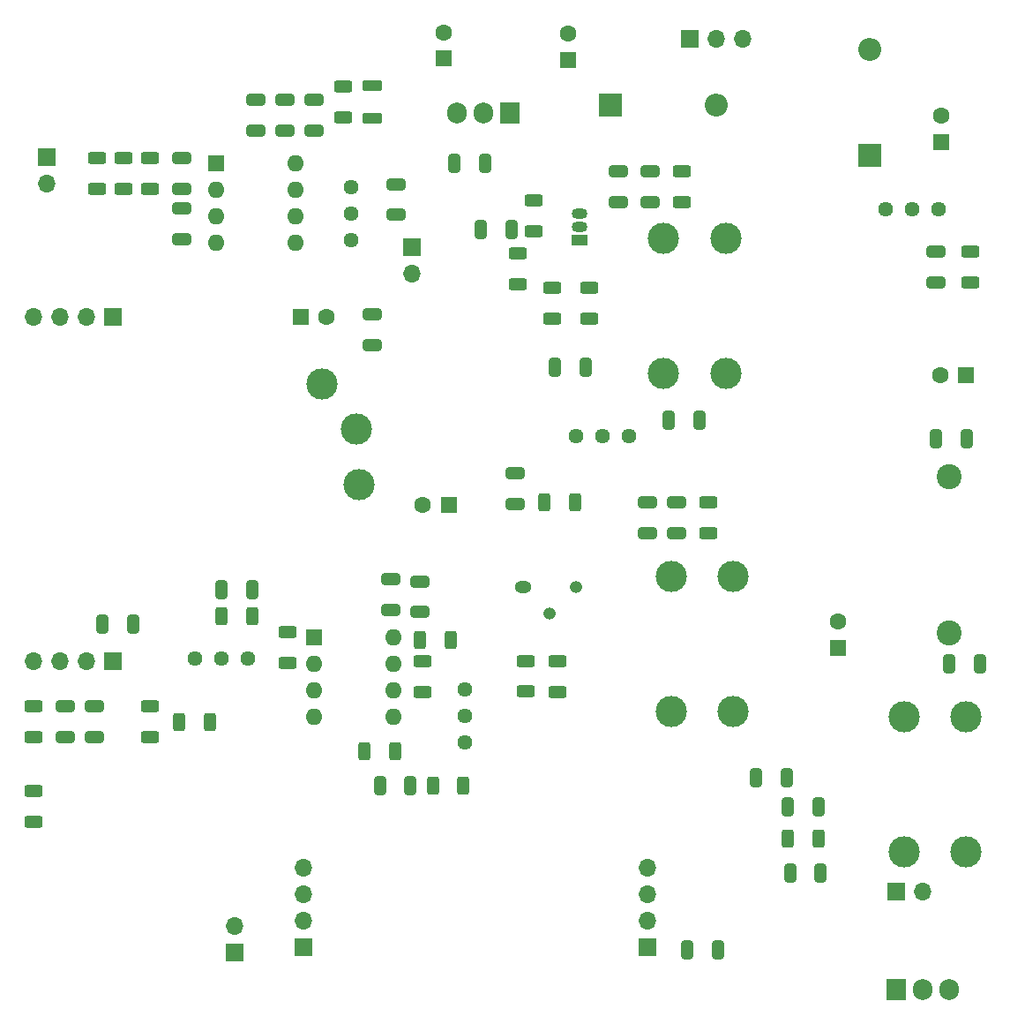
<source format=gbr>
%TF.GenerationSoftware,KiCad,Pcbnew,(6.0.7)*%
%TF.CreationDate,2022-09-22T21:01:33-04:00*%
%TF.ProjectId,Bitx40pa,42697478-3430-4706-912e-6b696361645f,rev?*%
%TF.SameCoordinates,Original*%
%TF.FileFunction,Soldermask,Top*%
%TF.FilePolarity,Negative*%
%FSLAX46Y46*%
G04 Gerber Fmt 4.6, Leading zero omitted, Abs format (unit mm)*
G04 Created by KiCad (PCBNEW (6.0.7)) date 2022-09-22 21:01:33*
%MOMM*%
%LPD*%
G01*
G04 APERTURE LIST*
G04 Aperture macros list*
%AMRoundRect*
0 Rectangle with rounded corners*
0 $1 Rounding radius*
0 $2 $3 $4 $5 $6 $7 $8 $9 X,Y pos of 4 corners*
0 Add a 4 corners polygon primitive as box body*
4,1,4,$2,$3,$4,$5,$6,$7,$8,$9,$2,$3,0*
0 Add four circle primitives for the rounded corners*
1,1,$1+$1,$2,$3*
1,1,$1+$1,$4,$5*
1,1,$1+$1,$6,$7*
1,1,$1+$1,$8,$9*
0 Add four rect primitives between the rounded corners*
20,1,$1+$1,$2,$3,$4,$5,0*
20,1,$1+$1,$4,$5,$6,$7,0*
20,1,$1+$1,$6,$7,$8,$9,0*
20,1,$1+$1,$8,$9,$2,$3,0*%
G04 Aperture macros list end*
%ADD10R,1.700000X1.700000*%
%ADD11O,1.700000X1.700000*%
%ADD12R,1.600000X1.600000*%
%ADD13C,1.600000*%
%ADD14C,3.000000*%
%ADD15RoundRect,0.250000X0.650000X-0.325000X0.650000X0.325000X-0.650000X0.325000X-0.650000X-0.325000X0*%
%ADD16RoundRect,0.250000X-0.625000X0.312500X-0.625000X-0.312500X0.625000X-0.312500X0.625000X0.312500X0*%
%ADD17RoundRect,0.250000X0.625000X-0.312500X0.625000X0.312500X-0.625000X0.312500X-0.625000X-0.312500X0*%
%ADD18RoundRect,0.250000X0.325000X0.650000X-0.325000X0.650000X-0.325000X-0.650000X0.325000X-0.650000X0*%
%ADD19RoundRect,0.250000X-0.325000X-0.650000X0.325000X-0.650000X0.325000X0.650000X-0.325000X0.650000X0*%
%ADD20RoundRect,0.250000X-0.650000X0.325000X-0.650000X-0.325000X0.650000X-0.325000X0.650000X0.325000X0*%
%ADD21C,2.400000*%
%ADD22C,1.440000*%
%ADD23RoundRect,0.250000X-0.312500X-0.625000X0.312500X-0.625000X0.312500X0.625000X-0.312500X0.625000X0*%
%ADD24O,1.600000X1.200000*%
%ADD25O,1.200000X1.200000*%
%ADD26R,2.200000X2.200000*%
%ADD27O,2.200000X2.200000*%
%ADD28O,1.600000X1.600000*%
%ADD29RoundRect,0.250000X0.700000X-0.275000X0.700000X0.275000X-0.700000X0.275000X-0.700000X-0.275000X0*%
%ADD30R,1.905000X2.000000*%
%ADD31O,1.905000X2.000000*%
%ADD32RoundRect,0.250000X0.312500X0.625000X-0.312500X0.625000X-0.312500X-0.625000X0.312500X-0.625000X0*%
%ADD33R,1.500000X1.050000*%
%ADD34O,1.500000X1.050000*%
G04 APERTURE END LIST*
D10*
%TO.C,J4*%
X112263000Y-101600000D03*
D11*
X114803000Y-101600000D03*
%TD*%
D12*
%TO.C,C27*%
X116586000Y-29718000D03*
D13*
X116586000Y-27218000D03*
%TD*%
D14*
%TO.C,T3*%
X113030000Y-84836000D03*
X113030000Y-97836000D03*
X119030000Y-84836000D03*
X119030000Y-97836000D03*
%TD*%
%TO.C,T2*%
X90678000Y-71374000D03*
X90678000Y-84374000D03*
X96678000Y-71374000D03*
X96678000Y-84374000D03*
%TD*%
%TO.C,T1*%
X89964000Y-38966000D03*
X89964000Y-51966000D03*
X95964000Y-38966000D03*
X95964000Y-51966000D03*
%TD*%
D10*
%TO.C,U1*%
X37130000Y-46482000D03*
D11*
X34590000Y-46482000D03*
X32050000Y-46482000D03*
X29510000Y-46482000D03*
X29464000Y-79502000D03*
X32004000Y-79502000D03*
X34544000Y-79502000D03*
D10*
X37084000Y-79502000D03*
%TD*%
D14*
%TO.C,TR1*%
X57164000Y-52959000D03*
X60466000Y-57277000D03*
X60720000Y-62611000D03*
%TD*%
D15*
%TO.C,C7*%
X63754000Y-74627000D03*
X63754000Y-71677000D03*
%TD*%
D16*
%TO.C,R8*%
X66802000Y-79563500D03*
X66802000Y-82488500D03*
%TD*%
D17*
%TO.C,R1*%
X29464000Y-94934500D03*
X29464000Y-92009500D03*
%TD*%
D18*
%TO.C,C12*%
X82501000Y-51308000D03*
X79551000Y-51308000D03*
%TD*%
D19*
%TO.C,C24*%
X101903000Y-93472000D03*
X104853000Y-93472000D03*
%TD*%
D18*
%TO.C,C21*%
X101805000Y-90678000D03*
X98855000Y-90678000D03*
%TD*%
D15*
%TO.C,C34*%
X64262000Y-36732000D03*
X64262000Y-33782000D03*
%TD*%
D12*
%TO.C,C23*%
X119008700Y-52070000D03*
D13*
X116508700Y-52070000D03*
%TD*%
D15*
%TO.C,C9*%
X66548000Y-74832000D03*
X66548000Y-71882000D03*
%TD*%
D20*
%TO.C,C29*%
X43688000Y-36117000D03*
X43688000Y-39067000D03*
%TD*%
D17*
%TO.C,R5*%
X53848000Y-79694500D03*
X53848000Y-76769500D03*
%TD*%
%TO.C,R13*%
X82804000Y-46674500D03*
X82804000Y-43749500D03*
%TD*%
D21*
%TO.C,L1*%
X117348000Y-61842000D03*
X117348000Y-76842000D03*
%TD*%
D12*
%TO.C,C37*%
X80772000Y-21844000D03*
D13*
X80772000Y-19344000D03*
%TD*%
D10*
%TO.C,J1*%
X30734000Y-31237000D03*
D11*
X30734000Y-33777000D03*
%TD*%
D18*
%TO.C,C6*%
X65688000Y-91440000D03*
X62738000Y-91440000D03*
%TD*%
D22*
%TO.C,RV4*%
X111252000Y-36202000D03*
X113792000Y-36202000D03*
X116332000Y-36202000D03*
%TD*%
D12*
%TO.C,C38*%
X68834000Y-21726700D03*
D13*
X68834000Y-19226700D03*
%TD*%
D23*
%TO.C,R9*%
X66609500Y-77470000D03*
X69534500Y-77470000D03*
%TD*%
D22*
%TO.C,RV5*%
X59944000Y-39126000D03*
X59944000Y-36586000D03*
X59944000Y-34046000D03*
%TD*%
D10*
%TO.C,U3*%
X88392000Y-106980000D03*
D11*
X88392000Y-104440000D03*
X88392000Y-101900000D03*
X88392000Y-99360000D03*
X55372000Y-99314000D03*
X55372000Y-101854000D03*
X55372000Y-104394000D03*
D10*
X55372000Y-106934000D03*
%TD*%
D17*
%TO.C,R22*%
X38100000Y-34228500D03*
X38100000Y-31303500D03*
%TD*%
D16*
%TO.C,R24*%
X59182000Y-24445500D03*
X59182000Y-27370500D03*
%TD*%
D12*
%TO.C,C22*%
X106680000Y-78232000D03*
D13*
X106680000Y-75732000D03*
%TD*%
D20*
%TO.C,C1*%
X61976000Y-46277000D03*
X61976000Y-49227000D03*
%TD*%
D24*
%TO.C,Q2*%
X76454000Y-72390000D03*
D25*
X78994000Y-74930000D03*
X81534000Y-72390000D03*
%TD*%
D19*
%TO.C,C39*%
X69899000Y-31750000D03*
X72849000Y-31750000D03*
%TD*%
D26*
%TO.C,D4*%
X84836000Y-26162000D03*
D27*
X94996000Y-26162000D03*
%TD*%
D22*
%TO.C,RV1*%
X50048000Y-79248000D03*
X47508000Y-79248000D03*
X44968000Y-79248000D03*
%TD*%
D17*
%TO.C,R21*%
X35560000Y-34228500D03*
X35560000Y-31303500D03*
%TD*%
D12*
%TO.C,U2*%
X56398000Y-77226000D03*
D28*
X56398000Y-79766000D03*
X56398000Y-82306000D03*
X56398000Y-84846000D03*
X64018000Y-84846000D03*
X64018000Y-82306000D03*
X64018000Y-79766000D03*
X64018000Y-77226000D03*
%TD*%
D15*
%TO.C,C13*%
X88646000Y-35511000D03*
X88646000Y-32561000D03*
%TD*%
D18*
%TO.C,C26*%
X95201000Y-107188000D03*
X92251000Y-107188000D03*
%TD*%
D17*
%TO.C,R20*%
X119380000Y-43180000D03*
X119380000Y-40255000D03*
%TD*%
%TO.C,R18*%
X94234000Y-67248500D03*
X94234000Y-64323500D03*
%TD*%
D10*
%TO.C,J7*%
X92471000Y-19812000D03*
D11*
X95011000Y-19812000D03*
X97551000Y-19812000D03*
%TD*%
D29*
%TO.C,L2*%
X61976000Y-27483000D03*
X61976000Y-24333000D03*
%TD*%
D15*
%TO.C,C32*%
X53594000Y-28653000D03*
X53594000Y-25703000D03*
%TD*%
D12*
%TO.C,C8*%
X69342000Y-64516000D03*
D13*
X66842000Y-64516000D03*
%TD*%
D30*
%TO.C,U5*%
X75184000Y-26995000D03*
D31*
X72644000Y-26995000D03*
X70104000Y-26995000D03*
%TD*%
D17*
%TO.C,R2*%
X29464000Y-86806500D03*
X29464000Y-83881500D03*
%TD*%
D16*
%TO.C,R4*%
X40640000Y-83881500D03*
X40640000Y-86806500D03*
%TD*%
D15*
%TO.C,C16*%
X88392000Y-67261000D03*
X88392000Y-64311000D03*
%TD*%
D20*
%TO.C,C25*%
X116078000Y-40230000D03*
X116078000Y-43180000D03*
%TD*%
D12*
%TO.C,U4*%
X46990000Y-31750000D03*
D28*
X46990000Y-34290000D03*
X46990000Y-36830000D03*
X46990000Y-39370000D03*
X54610000Y-39370000D03*
X54610000Y-36830000D03*
X54610000Y-34290000D03*
X54610000Y-31750000D03*
%TD*%
D12*
%TO.C,C31*%
X55118000Y-46482000D03*
D13*
X57618000Y-46482000D03*
%TD*%
D15*
%TO.C,C17*%
X91186000Y-67261000D03*
X91186000Y-64311000D03*
%TD*%
D26*
%TO.C,D1*%
X109728000Y-30988000D03*
D27*
X109728000Y-20828000D03*
%TD*%
D19*
%TO.C,C3*%
X36117000Y-75946000D03*
X39067000Y-75946000D03*
%TD*%
D23*
%TO.C,R19*%
X101915500Y-96520000D03*
X104840500Y-96520000D03*
%TD*%
D16*
%TO.C,R23*%
X40640000Y-31303500D03*
X40640000Y-34228500D03*
%TD*%
D23*
%TO.C,R25*%
X43495500Y-85344000D03*
X46420500Y-85344000D03*
%TD*%
D17*
%TO.C,R17*%
X76708000Y-82427000D03*
X76708000Y-79502000D03*
%TD*%
D15*
%TO.C,C30*%
X56388000Y-28653000D03*
X56388000Y-25703000D03*
%TD*%
D17*
%TO.C,R16*%
X79756000Y-82488500D03*
X79756000Y-79563500D03*
%TD*%
D19*
%TO.C,C10*%
X72439000Y-38100000D03*
X75389000Y-38100000D03*
%TD*%
%TO.C,C19*%
X117397000Y-79756000D03*
X120347000Y-79756000D03*
%TD*%
D15*
%TO.C,C2*%
X32512000Y-86819000D03*
X32512000Y-83869000D03*
%TD*%
D23*
%TO.C,R6*%
X61275500Y-88138000D03*
X64200500Y-88138000D03*
%TD*%
D20*
%TO.C,C15*%
X75692000Y-61517000D03*
X75692000Y-64467000D03*
%TD*%
D22*
%TO.C,RV3*%
X86624000Y-57912000D03*
X84084000Y-57912000D03*
X81544000Y-57912000D03*
%TD*%
D10*
%TO.C,J2*%
X65786000Y-39873000D03*
D11*
X65786000Y-42413000D03*
%TD*%
D10*
%TO.C,J3*%
X48768000Y-107442000D03*
D11*
X48768000Y-104902000D03*
%TD*%
D18*
%TO.C,C18*%
X119077000Y-58166000D03*
X116127000Y-58166000D03*
%TD*%
D20*
%TO.C,C28*%
X43688000Y-31291000D03*
X43688000Y-34241000D03*
%TD*%
D19*
%TO.C,C20*%
X102108000Y-99822000D03*
X105058000Y-99822000D03*
%TD*%
D23*
%TO.C,R3*%
X47559500Y-75184000D03*
X50484500Y-75184000D03*
%TD*%
D17*
%TO.C,R11*%
X77470000Y-38292500D03*
X77470000Y-35367500D03*
%TD*%
D23*
%TO.C,R15*%
X78547500Y-64262000D03*
X81472500Y-64262000D03*
%TD*%
D18*
%TO.C,C4*%
X50497000Y-72644000D03*
X47547000Y-72644000D03*
%TD*%
D32*
%TO.C,R7*%
X70755500Y-91440000D03*
X67830500Y-91440000D03*
%TD*%
D18*
%TO.C,C14*%
X93423000Y-56388000D03*
X90473000Y-56388000D03*
%TD*%
D22*
%TO.C,RV2*%
X70866000Y-82286000D03*
X70866000Y-84826000D03*
X70866000Y-87366000D03*
%TD*%
D17*
%TO.C,R10*%
X75946000Y-43372500D03*
X75946000Y-40447500D03*
%TD*%
%TO.C,R12*%
X79248000Y-46674500D03*
X79248000Y-43749500D03*
%TD*%
D30*
%TO.C,Q4*%
X112268000Y-110998000D03*
D31*
X114808000Y-110998000D03*
X117348000Y-110998000D03*
%TD*%
D15*
%TO.C,C33*%
X50800000Y-28653000D03*
X50800000Y-25703000D03*
%TD*%
D33*
%TO.C,Q1*%
X81894000Y-39116000D03*
D34*
X81894000Y-37846000D03*
X81894000Y-36576000D03*
%TD*%
D15*
%TO.C,C5*%
X35306000Y-86819000D03*
X35306000Y-83869000D03*
%TD*%
%TO.C,C11*%
X85598000Y-35511000D03*
X85598000Y-32561000D03*
%TD*%
D17*
%TO.C,R14*%
X91694000Y-35498500D03*
X91694000Y-32573500D03*
%TD*%
M02*

</source>
